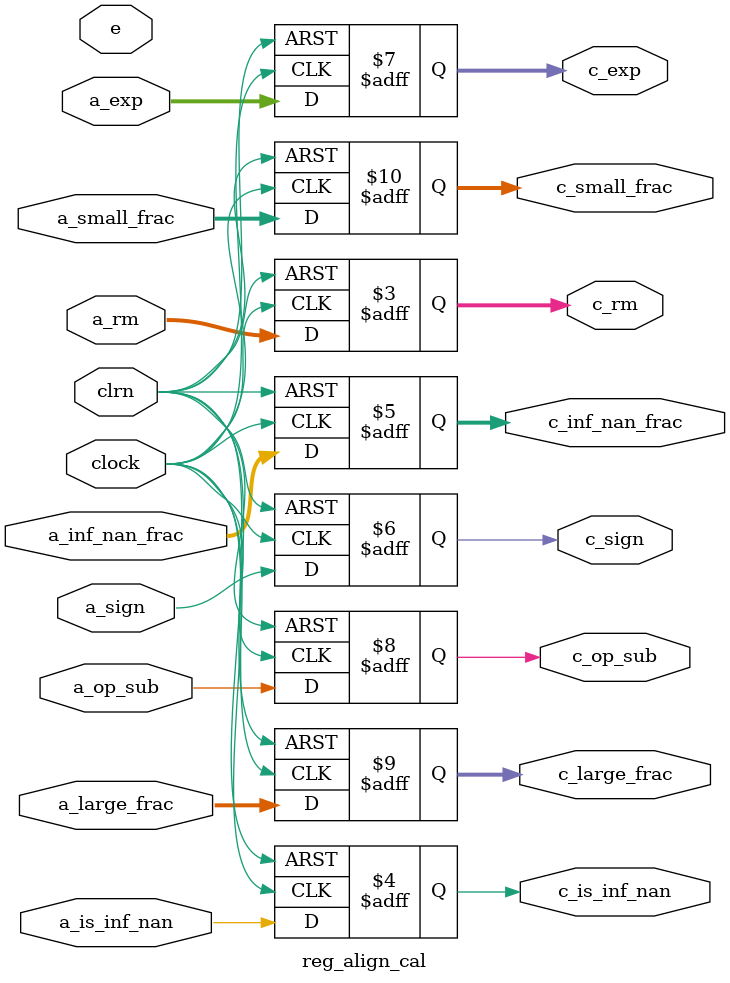
<source format=v>
module reg_align_cal (a_rm,a_is_inf_nan,a_inf_nan_frac,a_sign,a_exp,
						a_op_sub,a_large_frac,a_small_frac,clock,clrn,
						e,c_rm,c_is_inf_nan,c_inf_nan_frac,c_sign,
						c_exp,c_op_sub,c_large_frac,c_small_frac);
	
	input e;
	input [1:0] a_rm;
	input a_is_inf_nan;
	input [22:0] a_inf_nan_frac;
	input a_sign;
	input [7:0] a_exp;
	input a_op_sub;
	input [23:0] a_large_frac;
	input [26:0] a_small_frac;
	input clock,clrn;
	output [1:0] c_rm;
	output c_is_inf_nan;
	output [22:0] c_inf_nan_frac;
	output c_sign;
	output [7:0] c_exp;
	output c_op_sub;
	output [23:0] c_large_frac;
	output [26:0] c_small_frac;	
	
	reg [1:0] c_rm;
	reg c_is_inf_nan;
	reg [22:0] c_inf_nan_frac;
	reg c_sign;
	reg [7:0] c_exp;
	reg c_op_sub;
	reg [23:0] c_large_frac;
	reg [26:0] c_small_frac;	
	always @(posedge clock or negedge clrn)begin
		if(clrn ==0)begin
				c_rm <=0;
				c_is_inf_nan<=0;
				c_inf_nan_frac<=0;
				c_sign<=0;
				c_exp<=0;
				c_op_sub<=0;
				c_large_frac<=0;
				c_small_frac<=0;	
		end else begin
				c_rm <=a_rm;
				c_is_inf_nan<=a_is_inf_nan;
				c_inf_nan_frac<=a_inf_nan_frac;
				c_sign<=a_sign;
				c_exp<=a_exp;
				c_op_sub<=a_op_sub;
				c_large_frac<=a_large_frac;
				c_small_frac<=a_small_frac;	
		
		end
	
	
	end
	
	
	
	

	
endmodule

</source>
